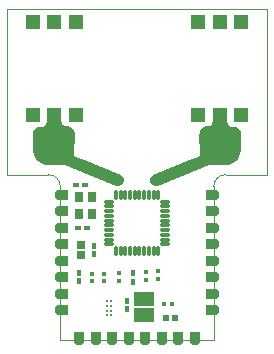
<source format=gts>
G04*
G04 #@! TF.GenerationSoftware,Altium Limited,Altium NEXUS,5.8.2 (18)*
G04*
G04 Layer_Color=8388736*
%FSLAX25Y25*%
%MOIN*%
G70*
G04*
G04 #@! TF.SameCoordinates,96A2D957-15C9-49F1-B6A3-93ECAB74F1FA*
G04*
G04*
G04 #@! TF.FilePolarity,Negative*
G04*
G01*
G75*
%ADD14C,0.00394*%
%ADD17R,0.03150X0.03543*%
%ADD18R,0.01428X0.01428*%
%ADD19R,0.02473X0.02387*%
%ADD20R,0.02780X0.02867*%
%ADD21R,0.01588X0.01877*%
%ADD22R,0.01822X0.02182*%
G04:AMPARAMS|DCode=23|XSize=17.88mil|YSize=14.28mil|CornerRadius=0mil|HoleSize=0mil|Usage=FLASHONLY|Rotation=22.280|XOffset=0mil|YOffset=0mil|HoleType=Round|Shape=Rectangle|*
%AMROTATEDRECTD23*
4,1,4,-0.00556,-0.01000,-0.01098,0.00322,0.00556,0.01000,0.01098,-0.00322,-0.00556,-0.01000,0.0*
%
%ADD23ROTATEDRECTD23*%

%ADD24R,0.06717X0.04545*%
%ADD25R,0.01788X0.01428*%
G04:AMPARAMS|DCode=28|XSize=17.88mil|YSize=14.28mil|CornerRadius=0mil|HoleSize=0mil|Usage=FLASHONLY|Rotation=157.720|XOffset=0mil|YOffset=0mil|HoleType=Round|Shape=Rectangle|*
%AMROTATEDRECTD28*
4,1,4,0.01098,0.00322,0.00556,-0.01000,-0.01098,-0.00322,-0.00556,0.01000,0.01098,0.00322,0.0*
%
%ADD28ROTATEDRECTD28*%

%ADD29R,0.01428X0.01788*%
%ADD30R,0.02182X0.01822*%
%ADD32O,0.01378X0.03937*%
%ADD33O,0.03937X0.01378*%
%ADD34C,0.00906*%
%ADD35R,0.04921X0.04921*%
%ADD36R,0.02953X0.03740*%
%ADD37R,0.03740X0.02953*%
%ADD38C,0.03740*%
G36*
X-25354Y72847D02*
X-25093Y72575D01*
X-24958Y72048D01*
X-24632Y71614D01*
X-24165Y71337D01*
X-23900Y71272D01*
X-23408D01*
X-22829Y71157D01*
X-22283Y70931D01*
X-21792Y70603D01*
X-21375Y70186D01*
X-21047Y69695D01*
X-20821Y69149D01*
X-20706Y68570D01*
Y68275D01*
X-20866Y62222D01*
Y61700D01*
X-20854Y61572D01*
X-20755Y61334D01*
X-20573Y61152D01*
X-20336Y61054D01*
X-20207Y61041D01*
X-16564Y59549D01*
X-5273Y54922D01*
X-4717Y54371D01*
X-4414Y53649D01*
X-4411Y52865D01*
X-4708Y52141D01*
X-5260Y51585D01*
X-5982Y51282D01*
X-6765Y51279D01*
X-7128Y51428D01*
X-21700Y57398D01*
X-22429Y57697D01*
X-24073Y58371D01*
X-24099Y58477D01*
X-24099Y58477D01*
X-29805D01*
X-30280Y58477D01*
X-31212Y58662D01*
X-32090Y59026D01*
X-32880Y59554D01*
X-33551Y60225D01*
X-34079Y61015D01*
X-34443Y61893D01*
X-34628Y62825D01*
X-34628Y63300D01*
X-34628Y63300D01*
X-34628Y69009D01*
X-34628Y69401D01*
X-34328Y70124D01*
X-33775Y70678D01*
X-33051Y70977D01*
X-32660Y70977D01*
X-32660Y70977D01*
X-31674Y70977D01*
X-31329Y71029D01*
X-30701Y71328D01*
X-30236Y71844D01*
X-30003Y72499D01*
X-29987Y72847D01*
X-29987Y72847D01*
X-25354Y72847D01*
D02*
G37*
G36*
X30003Y72499D02*
X30236Y71844D01*
X30701Y71328D01*
X31329Y71029D01*
X31674Y70977D01*
X32179Y70977D01*
X32660Y70977D01*
D01*
X33151Y70936D01*
X33775Y70678D01*
X34328Y70124D01*
X34628Y69401D01*
X34628Y69009D01*
X34628Y63300D01*
X34628Y63300D01*
X34628Y62825D01*
X34443Y61893D01*
X34079Y61015D01*
X33551Y60225D01*
X32880Y59554D01*
X32090Y59026D01*
X31212Y58662D01*
X30280Y58477D01*
X29805Y58477D01*
X24099D01*
X24099Y58477D01*
X24073Y58371D01*
X22429Y57697D01*
X21700Y57398D01*
X7128Y51428D01*
X6765Y51279D01*
X5982Y51282D01*
X5260Y51585D01*
X4708Y52141D01*
X4411Y52865D01*
X4414Y53649D01*
X4717Y54371D01*
X5273Y54922D01*
X16564Y59549D01*
X20207Y61041D01*
X20336Y61054D01*
X20573Y61152D01*
X20755Y61334D01*
X20854Y61572D01*
X20866Y61700D01*
Y62222D01*
X20706Y68275D01*
Y68570D01*
X20821Y69149D01*
X21047Y69695D01*
X21375Y70186D01*
X21792Y70603D01*
X22283Y70931D01*
X22829Y71157D01*
X23408Y71272D01*
X23900D01*
X24165Y71337D01*
X24632Y71614D01*
X24958Y72048D01*
X25093Y72575D01*
X25354Y72847D01*
X29987Y72847D01*
X30003Y72499D01*
D02*
G37*
D14*
X-25591Y51181D02*
G03*
X-29528Y55118I-3937J0D01*
G01*
X29528D02*
G03*
X25591Y51181I0J-3937D01*
G01*
X6281Y110236D02*
X13171D01*
X-6383D02*
X-872D01*
X-43307Y55118D02*
Y110236D01*
Y55118D02*
X-29528D01*
X-43307Y110236D02*
X43307D01*
Y55118D02*
Y110236D01*
X29528Y55118D02*
X43307D01*
X-25591Y0D02*
Y51181D01*
Y0D02*
X25591D01*
Y51181D01*
D17*
X-19488Y47638D02*
D03*
X-15157D02*
D03*
Y42126D02*
D03*
X-19488D02*
D03*
D18*
X-5906Y22244D02*
D03*
Y19488D02*
D03*
D19*
X12607Y7385D02*
D03*
X9544D02*
D03*
D20*
X-18727Y28267D02*
D03*
Y31724D02*
D03*
D21*
X-3448Y10482D02*
D03*
Y12950D02*
D03*
D22*
X-14269Y28634D02*
D03*
Y31424D02*
D03*
X-19488Y19595D02*
D03*
Y22385D02*
D03*
X-1509Y19471D02*
D03*
Y22261D02*
D03*
D23*
X19481Y58617D02*
D03*
X21698Y59525D02*
D03*
D24*
X2457Y13685D02*
D03*
Y8363D02*
D03*
D25*
X9150Y12110D02*
D03*
X11546D02*
D03*
D28*
X-19482Y58617D02*
D03*
X-21699Y59525D02*
D03*
D29*
X2973Y20133D02*
D03*
Y22529D02*
D03*
X7087Y22852D02*
D03*
Y20456D02*
D03*
X-15157Y22064D02*
D03*
Y19668D02*
D03*
X-10892D02*
D03*
Y22064D02*
D03*
D30*
X-16789Y37201D02*
D03*
X-19579D02*
D03*
X-20293Y51575D02*
D03*
X-17503D02*
D03*
D32*
X7087Y29528D02*
D03*
X5512D02*
D03*
X3937D02*
D03*
X2362D02*
D03*
X787D02*
D03*
X-787D02*
D03*
X-2362D02*
D03*
X-3937D02*
D03*
X-5512D02*
D03*
X-7087D02*
D03*
Y48425D02*
D03*
X-5512D02*
D03*
X-3937D02*
D03*
X-2362D02*
D03*
X-787D02*
D03*
X787D02*
D03*
X2362D02*
D03*
X3937D02*
D03*
X5512D02*
D03*
X7087D02*
D03*
D33*
X-9449Y31890D02*
D03*
Y33465D02*
D03*
Y35039D02*
D03*
Y36614D02*
D03*
Y38189D02*
D03*
Y39764D02*
D03*
Y41339D02*
D03*
Y42913D02*
D03*
Y44488D02*
D03*
Y46063D02*
D03*
X9449D02*
D03*
Y44488D02*
D03*
Y42913D02*
D03*
Y41339D02*
D03*
Y39764D02*
D03*
Y38189D02*
D03*
Y36614D02*
D03*
Y35039D02*
D03*
Y33465D02*
D03*
Y31890D02*
D03*
D34*
X-10141Y12897D02*
D03*
X-8567D02*
D03*
X-10141Y11322D02*
D03*
X-8567D02*
D03*
X-10141Y9748D02*
D03*
X-8567D02*
D03*
X-10141Y8173D02*
D03*
X-8567D02*
D03*
D35*
X20472Y75000D02*
D03*
X27559D02*
D03*
X34646D02*
D03*
Y106102D02*
D03*
X27559D02*
D03*
X20472D02*
D03*
X-34646Y75000D02*
D03*
X-27559D02*
D03*
X-20472D02*
D03*
Y106102D02*
D03*
X-27559D02*
D03*
X-34646D02*
D03*
D36*
X24409Y48425D02*
D03*
Y42913D02*
D03*
Y37402D02*
D03*
Y31890D02*
D03*
Y26378D02*
D03*
Y20866D02*
D03*
Y15354D02*
D03*
Y9843D02*
D03*
X-24409Y9843D02*
D03*
Y15354D02*
D03*
Y20866D02*
D03*
Y26378D02*
D03*
Y31890D02*
D03*
Y37402D02*
D03*
Y42913D02*
D03*
Y48425D02*
D03*
D37*
X-19291Y1181D02*
D03*
X-13780D02*
D03*
X-8268D02*
D03*
X-2756D02*
D03*
X2756D02*
D03*
X8268D02*
D03*
X13780D02*
D03*
X19291D02*
D03*
D38*
X25591Y15354D02*
D03*
Y20866D02*
D03*
Y26378D02*
D03*
Y31890D02*
D03*
Y37402D02*
D03*
Y42913D02*
D03*
Y48425D02*
D03*
Y9843D02*
D03*
X-19291Y0D02*
D03*
X19291D02*
D03*
X13780D02*
D03*
X8268D02*
D03*
X2756D02*
D03*
X-2756D02*
D03*
X-8268D02*
D03*
X-13780D02*
D03*
X-25591Y42913D02*
D03*
Y37402D02*
D03*
Y31890D02*
D03*
Y26378D02*
D03*
Y20866D02*
D03*
Y15354D02*
D03*
Y48425D02*
D03*
Y9843D02*
D03*
M02*

</source>
